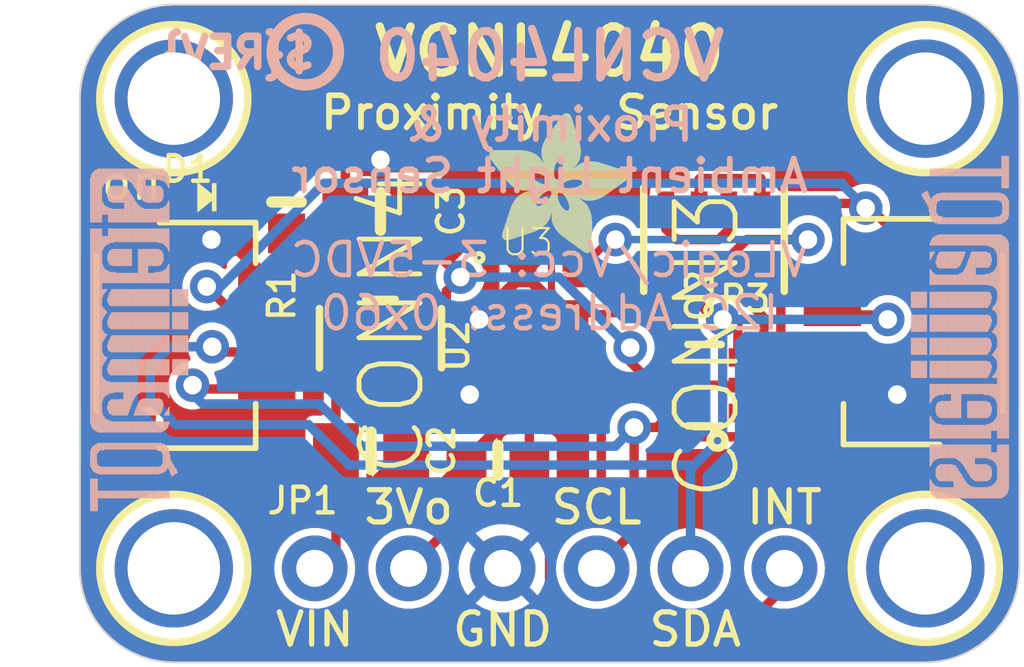
<source format=kicad_pcb>
(kicad_pcb (version 20221018) (generator pcbnew)
  (layers (0 "F.Cu" signal) (31 "B.Cu" signal) (34 "B.Paste" user) (35 "F.Paste" user) (36 "B.SilkS" user "B.Silkscreen") (37 "F.SilkS" user "F.Silkscreen") (38 "B.Mask" user) (39 "F.Mask" user) (44 "Edge.Cuts" user))
  (net 0 "")
  (net 1 "GND")
  (net 2 "SDA")
  (net 3 "SCL")
  (net 4 "SCL_3V")
  (net 5 "SDA_3V")
  (net 6 "3.3V")
  (net 7 "INT")
  (net 8 "VCC")
  (net 9 "N$2")
  (net 10 "CATHODE")
  (footprint "working:FIDUCIAL_1MM" (layer "F.Cu") (at 155.2321 97.4725)
    (fp_text reference "FID4" hide)
    (fp_text value "FIDUCIAL_1MM" hide)
    (pad "1" smd roundrect (at 0 0) (size 1 1) (layers "F.Cu" "F.Mask") (roundrect_rratio 0.5))
  )
  (footprint "working:CHIPLED_0603_NOOUTLINE" (layer "F.Cu") (at 139.2301 101.3206 -90)
    (fp_text reference "D1" (at -0.762 1.27) (layer "F.SilkS") (effects (font (size 0.692831 0.692831) (thickness 0.119969)) (justify left)))
    (fp_text value "GREEN")
    (pad "A" smd rect (at 0 0.75 270) (size 0.8 0.8) (layers "F.Cu" "F.Paste" "F.Mask") (net 6 "3.3V"))
    (pad "C" smd rect (at 0 -0.75 270) (size 0.8 0.8) (layers "F.Cu" "F.Paste" "F.Mask") (net 9 "N$2"))
  )
  (footprint "working:MOUNTINGHOLE_2.5_PLATED" (layer "F.Cu") (at 138.3411 98.6536)
    (fp_text reference "U$1" hide)
    (fp_text value "MOUNTINGHOLE2.5" hide)
    (pad "P$1" thru_hole circle (at 0 0) (size 3.2 3.2) (drill 2.5) (layers "*.Cu" "*.Mask"))
    (zone (net 0) (net_name "") (layer "F.Cu") (connect_pads (clearance 0)) (min_thickness 0.25)
      (keepout (tracks not_allowed) (vias not_allowed) (pads not_allowed) (copperpour not_allowed) (footprints allowed))
      (fill (thermal_gap 0.5) (thermal_bridge_width 0.5))
      (polygon (pts (xy 140.3571 98.6536) (xy 140.33748 98.373027) (xy 140.279004 98.097915) (xy 140.182808 97.833619) (xy 140.050765 97.585283) (xy 139.885446 97.35774) (xy 139.690067 97.15542) (xy 139.468433 96.98226) (xy 139.224856 96.841631) (xy 138.964078 96.73627) (xy 138.691175 96.668228) (xy 138.411457 96.638828) (xy 138.130371 96.648644) (xy 137.853385 96.697484) (xy 137.585893 96.784397) (xy 137.3331 96.907693) (xy 137.099926 97.06497) (xy 136.890911 97.253169) (xy 136.710122 97.468625) (xy 136.561078 97.707145) (xy 136.44668 97.964087) (xy 136.369154 98.23445) (xy 136.330011 98.512971) (xy 136.330011 98.794229) (xy 136.369154 99.07275) (xy 136.44668 99.343113) (xy 136.561078 99.600055) (xy 136.710122 99.838575) (xy 136.890911 100.054031) (xy 137.099926 100.24223) (xy 137.3331 100.399507) (xy 137.585893 100.522803) (xy 137.853385 100.609716) (xy 138.130371 100.658556) (xy 138.411457 100.668372) (xy 138.691175 100.638972) (xy 138.964078 100.57093) (xy 139.224856 100.465569) (xy 139.468433 100.32494) (xy 139.690067 100.15178) (xy 139.885446 99.94946) (xy 140.050765 99.721917) (xy 140.182808 99.473581) (xy 140.279004 99.209285) (xy 140.33748 98.934173)))
      (polygon (pts (xy 138.3251 98.6536) (xy 138.329786 98.664914) (xy 138.3411 98.6696) (xy 138.352414 98.664914) (xy 138.3571 98.6536) (xy 138.352414 98.642286) (xy 138.3411 98.6376) (xy 138.329786 98.642286)))
    )
    (zone (net 0) (net_name "") (layer "B.Cu") (connect_pads (clearance 0)) (min_thickness 0.25)
      (keepout (tracks not_allowed) (vias not_allowed) (pads not_allowed) (copperpour not_allowed) (footprints allowed))
      (fill (thermal_gap 0.5) (thermal_bridge_width 0.5))
      (polygon (pts (xy 140.3571 98.6536) (xy 140.33748 98.373027) (xy 140.279004 98.097915) (xy 140.182808 97.833619) (xy 140.050765 97.585283) (xy 139.885446 97.35774) (xy 139.690067 97.15542) (xy 139.468433 96.98226) (xy 139.224856 96.841631) (xy 138.964078 96.73627) (xy 138.691175 96.668228) (xy 138.411457 96.638828) (xy 138.130371 96.648644) (xy 137.853385 96.697484) (xy 137.585893 96.784397) (xy 137.3331 96.907693) (xy 137.099926 97.06497) (xy 136.890911 97.253169) (xy 136.710122 97.468625) (xy 136.561078 97.707145) (xy 136.44668 97.964087) (xy 136.369154 98.23445) (xy 136.330011 98.512971) (xy 136.330011 98.794229) (xy 136.369154 99.07275) (xy 136.44668 99.343113) (xy 136.561078 99.600055) (xy 136.710122 99.838575) (xy 136.890911 100.054031) (xy 137.099926 100.24223) (xy 137.3331 100.399507) (xy 137.585893 100.522803) (xy 137.853385 100.609716) (xy 138.130371 100.658556) (xy 138.411457 100.668372) (xy 138.691175 100.638972) (xy 138.964078 100.57093) (xy 139.224856 100.465569) (xy 139.468433 100.32494) (xy 139.690067 100.15178) (xy 139.885446 99.94946) (xy 140.050765 99.721917) (xy 140.182808 99.473581) (xy 140.279004 99.209285) (xy 140.33748 98.934173)))
      (polygon (pts (xy 138.3251 98.6536) (xy 138.329786 98.664914) (xy 138.3411 98.6696) (xy 138.352414 98.664914) (xy 138.3571 98.6536) (xy 138.352414 98.642286) (xy 138.3411 98.6376) (xy 138.329786 98.642286)))
    )
  )
  (footprint "working:ADAFRUIT_3.5MM" (layer "F.Cu") (at 146.8501 102.8446)
    (fp_text reference "U$22" hide)
    (fp_text value "" hide)
  )
  (footprint "working:JST_SH4" (layer "F.Cu") (at 138.3411 105.0036 -90)
    (fp_text reference "CONN4" (at -4.6 -5.9 90) (layer "F.SilkS") (effects (font (size 1.647139 1.647139) (thickness 0.130861)) (justify right)))
    (fp_text value "STEMMA_I2C_QT" hide)
    (pad "1" smd rect (at -1.5 -2.514) (size 1.55 0.6) (layers "F.Cu" "F.Paste" "F.Mask") (net 1 "GND"))
    (pad "2" smd rect (at -0.5 -2.514) (size 1.55 0.6) (layers "F.Cu" "F.Paste" "F.Mask") (net 8 "VCC"))
    (pad "3" smd rect (at 0.5 -2.514) (size 1.55 0.6) (layers "F.Cu" "F.Paste" "F.Mask") (net 2 "SDA"))
    (pad "4" smd rect (at 1.5 -2.514) (size 1.55 0.6) (layers "F.Cu" "F.Paste" "F.Mask") (net 3 "SCL"))
    (pad "MT1" smd rect (at -2.8 1.386) (size 1.8 1.2) (layers "F.Cu" "F.Paste" "F.Mask"))
    (pad "MT2" smd rect (at 2.8 1.386) (size 1.8 1.2) (layers "F.Cu" "F.Paste" "F.Mask"))
  )
  (footprint "working:MOUNTINGHOLE_2.5_PLATED" (layer "F.Cu") (at 138.3411 111.3536)
    (fp_text reference "U$19" hide)
    (fp_text value "MOUNTINGHOLE2.5" hide)
    (pad "P$1" thru_hole circle (at 0 0) (size 3.2 3.2) (drill 2.5) (layers "*.Cu" "*.Mask"))
    (zone (net 0) (net_name "") (layer "F.Cu") (connect_pads (clearance 0)) (min_thickness 0.25)
      (keepout (tracks not_allowed) (vias not_allowed) (pads not_allowed) (copperpour not_allowed) (footprints allowed))
      (fill (thermal_gap 0.5) (thermal_bridge_width 0.5))
      (polygon (pts (xy 140.3571 111.3536) (xy 140.33748 111.073027) (xy 140.279004 110.797915) (xy 140.182808 110.533619) (xy 140.050765 110.285283) (xy 139.885446 110.05774) (xy 139.690067 109.85542) (xy 139.468433 109.68226) (xy 139.224856 109.541631) (xy 138.964078 109.43627) (xy 138.691175 109.368228) (xy 138.411457 109.338828) (xy 138.130371 109.348644) (xy 137.853385 109.397484) (xy 137.585893 109.484397) (xy 137.3331 109.607693) (xy 137.099926 109.76497) (xy 136.890911 109.953169) (xy 136.710122 110.168625) (xy 136.561078 110.407145) (xy 136.44668 110.664087) (xy 136.369154 110.93445) (xy 136.330011 111.212971) (xy 136.330011 111.494229) (xy 136.369154 111.77275) (xy 136.44668 112.043113) (xy 136.561078 112.300055) (xy 136.710122 112.538575) (xy 136.890911 112.754031) (xy 137.099926 112.94223) (xy 137.3331 113.099507) (xy 137.585893 113.222803) (xy 137.853385 113.309716) (xy 138.130371 113.358556) (xy 138.411457 113.368372) (xy 138.691175 113.338972) (xy 138.964078 113.27093) (xy 139.224856 113.165569) (xy 139.468433 113.02494) (xy 139.690067 112.85178) (xy 139.885446 112.64946) (xy 140.050765 112.421917) (xy 140.182808 112.173581) (xy 140.279004 111.909285) (xy 140.33748 111.634173)))
      (polygon (pts (xy 138.3251 111.3536) (xy 138.329786 111.364914) (xy 138.3411 111.3696) (xy 138.352414 111.364914) (xy 138.3571 111.3536) (xy 138.352414 111.342286) (xy 138.3411 111.3376) (xy 138.329786 111.342286)))
    )
    (zone (net 0) (net_name "") (layer "B.Cu") (connect_pads (clearance 0)) (min_thickness 0.25)
      (keepout (tracks not_allowed) (vias not_allowed) (pads not_allowed) (copperpour not_allowed) (footprints allowed))
      (fill (thermal_gap 0.5) (thermal_bridge_width 0.5))
      (polygon (pts (xy 140.3571 111.3536) (xy 140.33748 111.073027) (xy 140.279004 110.797915) (xy 140.182808 110.533619) (xy 140.050765 110.285283) (xy 139.885446 110.05774) (xy 139.690067 109.85542) (xy 139.468433 109.68226) (xy 139.224856 109.541631) (xy 138.964078 109.43627) (xy 138.691175 109.368228) (xy 138.411457 109.338828) (xy 138.130371 109.348644) (xy 137.853385 109.397484) (xy 137.585893 109.484397) (xy 137.3331 109.607693) (xy 137.099926 109.76497) (xy 136.890911 109.953169) (xy 136.710122 110.168625) (xy 136.561078 110.407145) (xy 136.44668 110.664087) (xy 136.369154 110.93445) (xy 136.330011 111.212971) (xy 136.330011 111.494229) (xy 136.369154 111.77275) (xy 136.44668 112.043113) (xy 136.561078 112.300055) (xy 136.710122 112.538575) (xy 136.890911 112.754031) (xy 137.099926 112.94223) (xy 137.3331 113.099507) (xy 137.585893 113.222803) (xy 137.853385 113.309716) (xy 138.130371 113.358556) (xy 138.411457 113.368372) (xy 138.691175 113.338972) (xy 138.964078 113.27093) (xy 139.224856 113.165569) (xy 139.468433 113.02494) (xy 139.690067 112.85178) (xy 139.885446 112.64946) (xy 140.050765 112.421917) (xy 140.182808 112.173581) (xy 140.279004 111.909285) (xy 140.33748 111.634173)))
      (polygon (pts (xy 138.3251 111.3536) (xy 138.329786 111.364914) (xy 138.3411 111.3696) (xy 138.352414 111.364914) (xy 138.3571 111.3536) (xy 138.352414 111.342286) (xy 138.3411 111.3376) (xy 138.329786 111.342286)))
    )
  )
  (footprint "working:0805-NO" (layer "F.Cu") (at 143.6751 108.1786)
    (fp_text reference "C2" (at 1.905 -0.762 90) (layer "F.SilkS") (effects (font (size 0.692831 0.692831) (thickness 0.119969)) (justify right)))
    (fp_text value "10uF")
    (pad "1" smd rect (at -0.95 0) (size 1.24 1.5) (layers "F.Cu" "F.Paste" "F.Mask") (net 8 "VCC"))
    (pad "2" smd rect (at 0.95 0) (size 1.24 1.5) (layers "F.Cu" "F.Paste" "F.Mask") (net 1 "GND"))
  )
  (footprint "working:0603-NO" (layer "F.Cu") (at 147.1041 108.4326 180)
    (fp_text reference "C1" (at -0.762 -0.889) (layer "F.SilkS") (effects (font (size 0.692831 0.692831) (thickness 0.119969)) (justify right)))
    (fp_text value "0.1uF")
    (pad "1" smd rect (at -0.85 0 180) (size 1.075 1) (layers "F.Cu" "F.Paste" "F.Mask") (net 6 "3.3V"))
    (pad "2" smd rect (at 0.85 0 180) (size 1.075 1) (layers "F.Cu" "F.Paste" "F.Mask") (net 1 "GND"))
  )
  (footprint "working:SOT23-5" (layer "F.Cu") (at 143.9291 105.1306)
    (fp_text reference "U2" (at 2.032 -0.562 90) (layer "F.SilkS") (effects (font (size 0.692831 0.692831) (thickness 0.119969)) (justify right)))
    (fp_text value "AP2112K-3.3")
    (pad "1" smd rect (at -0.95 1.3001) (size 0.55 1.2) (layers "F.Cu" "F.Paste" "F.Mask") (net 8 "VCC"))
    (pad "2" smd rect (at 0 1.3001) (size 0.55 1.2) (layers "F.Cu" "F.Paste" "F.Mask") (net 1 "GND"))
    (pad "3" smd rect (at 0.95 1.3001) (size 0.55 1.2) (layers "F.Cu" "F.Paste" "F.Mask") (net 8 "VCC"))
    (pad "4" smd rect (at 0.95 -1.3001) (size 0.55 1.2) (layers "F.Cu" "F.Paste" "F.Mask"))
    (pad "5" smd rect (at -0.95 -1.3001) (size 0.55 1.2) (layers "F.Cu" "F.Paste" "F.Mask") (net 6 "3.3V"))
  )
  (footprint "working:JST_SH4" (layer "F.Cu") (at 158.6611 105.0036 90)
    (fp_text reference "CONN3" (at -4.6 -5.9 90) (layer "F.SilkS") (effects (font (size 1.647139 1.647139) (thickness 0.130861)) (justify left)))
    (fp_text value "STEMMA_I2C_QT" hide)
    (pad "1" smd rect (at -1.5 -2.514 180) (size 1.55 0.6) (layers "F.Cu" "F.Paste" "F.Mask") (net 1 "GND"))
    (pad "2" smd rect (at -0.5 -2.514 180) (size 1.55 0.6) (layers "F.Cu" "F.Paste" "F.Mask") (net 8 "VCC"))
    (pad "3" smd rect (at 0.5 -2.514 180) (size 1.55 0.6) (layers "F.Cu" "F.Paste" "F.Mask") (net 2 "SDA"))
    (pad "4" smd rect (at 1.5 -2.514 180) (size 1.55 0.6) (layers "F.Cu" "F.Paste" "F.Mask") (net 3 "SCL"))
    (pad "MT1" smd rect (at -2.8 1.386 180) (size 1.8 1.2) (layers "F.Cu" "F.Paste" "F.Mask"))
    (pad "MT2" smd rect (at 2.8 1.386 180) (size 1.8 1.2) (layers "F.Cu" "F.Paste" "F.Mask"))
  )
  (footprint "working:VISHAY_VCNL4040_4X2X1.1" (layer "F.Cu") (at 148.5011 105.0036)
    (fp_text reference "U3" (at -1.34115 -2.467959) (layer "F.SilkS") (effects (font (size 0.707052 0.707052) (thickness 0.056173)) (justify left)))
    (fp_text value "VCNL4040M3OE")
    (pad "1" smd rect (at -0.7 -1.6125) (size 0.7 0.725) (layers "F.Cu" "F.Paste" "F.Mask") (net 1 "GND"))
    (pad "2" smd rect (at -0.7 -0.5375) (size 0.7 0.725) (layers "F.Cu" "F.Paste" "F.Mask") (net 10 "CATHODE"))
    (pad "3" smd rect (at -0.7 0.5375) (size 0.7 0.725) (layers "F.Cu" "F.Paste" "F.Mask") (net 6 "3.3V"))
    (pad "4" smd rect (at -0.7 1.6125) (size 0.7 0.725) (layers "F.Cu" "F.Paste" "F.Mask") (net 6 "3.3V"))
    (pad "5" smd rect (at 0.7 1.6125) (size 0.7 0.725) (layers "F.Cu" "F.Paste" "F.Mask") (net 10 "CATHODE"))
    (pad "6" smd rect (at 0.7 0.5375) (size 0.7 0.725) (layers "F.Cu" "F.Paste" "F.Mask") (net 7 "INT"))
    (pad "7" smd rect (at 0.7 -0.5375) (size 0.7 0.725) (layers "F.Cu" "F.Paste" "F.Mask") (net 5 "SDA_3V"))
    (pad "8" smd rect (at 0.7 -1.6125) (size 0.7 0.725) (layers "F.Cu" "F.Paste" "F.Mask") (net 4 "SCL_3V"))
  )
  (footprint "working:0603-NO" (layer "F.Cu") (at 141.3891 101.4476 -90)
    (fp_text reference "R1" (at 1.778 0.127 90) (layer "F.SilkS") (effects (font (size 0.692831 0.692831) (thickness 0.119969)) (justify right)))
    (fp_text value "10K")
    (pad "1" smd rect (at -0.85 0 270) (size 1.075 1) (layers "F.Cu" "F.Paste" "F.Mask") (net 9 "N$2"))
    (pad "2" smd rect (at 0.85 0 270) (size 1.075 1) (layers "F.Cu" "F.Paste" "F.Mask") (net 1 "GND"))
  )
  (footprint "working:SOT363" (layer "F.Cu") (at 152.6921 106.4006 90)
    (fp_text reference "Q2" (at 1.651 -0.127 90) (layer "F.SilkS") (effects (font (size 0.692831 0.692831) (thickness 0.119969)) (justify left)))
    (fp_text value "BSS138")
    (pad "1" smd rect (at -0.75 0.9 90) (size 0.5 0.5) (layers "F.Cu" "F.Paste" "F.Mask") (net 4 "SCL_3V"))
    (pad "2" smd rect (at 0 0.9 90) (size 0.4 0.5) (layers "F.Cu" "F.Paste" "F.Mask") (net 6 "3.3V"))
    (pad "3" smd rect (at 0.75 0.9 90) (size 0.5 0.5) (layers "F.Cu" "F.Paste" "F.Mask") (net 2 "SDA"))
    (pad "4" smd rect (at 0.75 -0.9 90) (size 0.5 0.5) (layers "F.Cu" "F.Paste" "F.Mask") (net 5 "SDA_3V"))
    (pad "5" smd rect (at 0 -0.9 90) (size 0.4 0.5) (layers "F.Cu" "F.Paste" "F.Mask") (net 6 "3.3V"))
    (pad "6" smd rect (at -0.75 -0.9 90) (size 0.5 0.5) (layers "F.Cu" "F.Paste" "F.Mask") (net 3 "SCL"))
  )
  (footprint "working:MOUNTINGHOLE_2.5_PLATED" (layer "F.Cu") (at 158.6611 111.3536)
    (fp_text reference "U$21" hide)
    (fp_text value "MOUNTINGHOLE2.5" hide)
    (pad "P$1" thru_hole circle (at 0 0) (size 3.2 3.2) (drill 2.5) (layers "*.Cu" "*.Mask"))
    (zone (net 0) (net_name "") (layer "F.Cu") (connect_pads (clearance 0)) (min_thickness 0.25)
      (keepout (tracks not_allowed) (vias not_allowed) (pads not_allowed) (copperpour not_allowed) (footprints allowed))
      (fill (thermal_gap 0.5) (thermal_bridge_width 0.5))
      (polygon (pts (xy 160.6771 111.3536) (xy 160.65748 111.073027) (xy 160.599004 110.797915) (xy 160.502808 110.533619) (xy 160.370765 110.285283) (xy 160.205446 110.05774) (xy 160.010067 109.85542) (xy 159.788433 109.68226) (xy 159.544856 109.541631) (xy 159.284078 109.43627) (xy 159.011175 109.368228) (xy 158.731457 109.338828) (xy 158.450371 109.348644) (xy 158.173385 109.397484) (xy 157.905893 109.484397) (xy 157.6531 109.607693) (xy 157.419926 109.76497) (xy 157.210911 109.953169) (xy 157.030122 110.168625) (xy 156.881078 110.407145) (xy 156.76668 110.664087) (xy 156.689154 110.93445) (xy 156.650011 111.212971) (xy 156.650011 111.494229) (xy 156.689154 111.77275) (xy 156.76668 112.043113) (xy 156.881078 112.300055) (xy 157.030122 112.538575) (xy 157.210911 112.754031) (xy 157.419926 112.94223) (xy 157.6531 113.099507) (xy 157.905893 113.222803) (xy 158.173385 113.309716) (xy 158.450371 113.358556) (xy 158.731457 113.368372) (xy 159.011175 113.338972) (xy 159.284078 113.27093) (xy 159.544856 113.165569) (xy 159.788433 113.02494) (xy 160.010067 112.85178) (xy 160.205446 112.64946) (xy 160.370765 112.421917) (xy 160.502808 112.173581) (xy 160.599004 111.909285) (xy 160.65748 111.634173)))
      (polygon (pts (xy 158.6451 111.3536) (xy 158.649786 111.364914) (xy 158.6611 111.3696) (xy 158.672414 111.364914) (xy 158.6771 111.3536) (xy 158.672414 111.342286) (xy 158.6611 111.3376) (xy 158.649786 111.342286)))
    )
    (zone (net 0) (net_name "") (layer "B.Cu") (connect_pads (clearance 0)) (min_thickness 0.25)
      (keepout (tracks not_allowed) (vias not_allowed) (pads not_allowed) (copperpour not_allowed) (footprints allowed))
      (fill (thermal_gap 0.5) (thermal_bridge_width 0.5))
      (polygon (pts (xy 160.6771 111.3536) (xy 160.65748 111.073027) (xy 160.599004 110.797915) (xy 160.502808 110.533619) (xy 160.370765 110.285283) (xy 160.205446 110.05774) (xy 160.010067 109.85542) (xy 159.788433 109.68226) (xy 159.544856 109.541631) (xy 159.284078 109.43627) (xy 159.011175 109.368228) (xy 158.731457 109.338828) (xy 158.450371 109.348644) (xy 158.173385 109.397484) (xy 157.905893 109.484397) (xy 157.6531 109.607693) (xy 157.419926 109.76497) (xy 157.210911 109.953169) (xy 157.030122 110.168625) (xy 156.881078 110.407145) (xy 156.76668 110.664087) (xy 156.689154 110.93445) (xy 156.650011 111.212971) (xy 156.650011 111.494229) (xy 156.689154 111.77275) (xy 156.76668 112.043113) (xy 156.881078 112.300055) (xy 157.030122 112.538575) (xy 157.210911 112.754031) (xy 157.419926 112.94223) (xy 157.6531 113.099507) (xy 157.905893 113.222803) (xy 158.173385 113.309716) (xy 158.450371 113.358556) (xy 158.731457 113.368372) (xy 159.011175 113.338972) (xy 159.284078 113.27093) (xy 159.544856 113.165569) (xy 159.788433 113.02494) (xy 160.010067 112.85178) (xy 160.205446 112.64946) (xy 160.370765 112.421917) (xy 160.502808 112.173581) (xy 160.599004 111.909285) (xy 160.65748 111.634173)))
      (polygon (pts (xy 158.6451 111.3536) (xy 158.649786 111.364914) (xy 158.6611 111.3696) (xy 158.672414 111.364914) (xy 158.6771 111.3536) (xy 158.672414 111.342286) (xy 158.6611 111.3376) (xy 158.649786 111.342286)))
    )
  )
  (footprint "working:1X06_ROUND_70" (layer "F.Cu") (at 148.5011 111.3536)
    (fp_text reference "JP1" (at -7.6962 -1.8288) (layer "F.SilkS") (effects (font (size 0.692831 0.692831) (thickness 0.119969)) (justify left)))
    (fp_text value "")
    (pad "1" thru_hole circle (at -6.35 0 90) (size 1.778 1.778) (drill 1) (layers "*.Cu" "*.Mask") (net 8 "VCC"))
    (pad "2" thru_hole circle (at -3.81 0 90) (size 1.778 1.778) (drill 1) (layers "*.Cu" "*.Mask") (net 6 "3.3V"))
    (pad "3" thru_hole circle (at -1.27 0 90) (size 1.778 1.778) (drill 1) (layers "*.Cu" "*.Mask") (net 1 "GND"))
    (pad "4" thru_hole circle (at 1.27 0 90) (size 1.778 1.778) (drill 1) (layers "*.Cu" "*.Mask") (net 3 "SCL"))
    (pad "5" thru_hole circle (at 3.81 0 90) (size 1.778 1.778) (drill 1) (layers "*.Cu" "*.Mask") (net 2 "SDA"))
    (pad "6" thru_hole circle (at 6.35 0 90) (size 1.778 1.778) (drill 1) (layers "*.Cu" "*.Mask") (net 7 "INT"))
  )
  (footprint "working:MOUNTINGHOLE_2.5_PLATED" (layer "F.Cu") (at 158.6611 98.6536)
    (fp_text reference "U$17" hide)
    (fp_text value "MOUNTINGHOLE2.5" hide)
    (pad "P$1" thru_hole circle (at 0 0) (size 3.2 3.2) (drill 2.5) (layers "*.Cu" "*.Mask"))
    (zone (net 0) (net_name "") (layer "F.Cu") (connect_pads (clearance 0)) (min_thickness 0.25)
      (keepout (tracks not_allowed) (vias not_allowed) (pads not_allowed) (copperpour not_allowed) (footprints allowed))
      (fill (thermal_gap 0.5) (thermal_bridge_width 0.5))
      (polygon (pts (xy 160.6771 98.6536) (xy 160.65748 98.373027) (xy 160.599004 98.097915) (xy 160.502808 97.833619) (xy 160.370765 97.585283) (xy 160.205446 97.35774) (xy 160.010067 97.15542) (xy 159.788433 96.98226) (xy 159.544856 96.841631) (xy 159.284078 96.73627) (xy 159.011175 96.668228) (xy 158.731457 96.638828) (xy 158.450371 96.648644) (xy 158.173385 96.697484) (xy 157.905893 96.784397) (xy 157.6531 96.907693) (xy 157.419926 97.06497) (xy 157.210911 97.253169) (xy 157.030122 97.468625) (xy 156.881078 97.707145) (xy 156.76668 97.964087) (xy 156.689154 98.23445) (xy 156.650011 98.512971) (xy 156.650011 98.794229) (xy 156.689154 99.07275) (xy 156.76668 99.343113) (xy 156.881078 99.600055) (xy 157.030122 99.838575) (xy 157.210911 100.054031) (xy 157.419926 100.24223) (xy 157.6531 100.399507) (xy 157.905893 100.522803) (xy 158.173385 100.609716) (xy 158.450371 100.658556) (xy 158.731457 100.668372) (xy 159.011175 100.638972) (xy 159.284078 100.57093) (xy 159.544856 100.465569) (xy 159.788433 100.32494) (xy 160.010067 100.15178) (xy 160.205446 99.94946) (xy 160.370765 99.721917) (xy 160.502808 99.473581) (xy 160.599004 99.209285) (xy 160.65748 98.934173)))
      (polygon (pts (xy 158.6451 98.6536) (xy 158.649786 98.664914) (xy 158.6611 98.6696) (xy 158.672414 98.664914) (xy 158.6771 98.6536) (xy 158.672414 98.642286) (xy 158.6611 98.6376) (xy 158.649786 98.642286)))
    )
    (zone (net 0) (net_name "") (layer "B.Cu") (connect_pads (clearance 0)) (min_thickness 0.25)
      (keepout (tracks not_allowed) (vias not_allowed) (pads not_allowed) (copperpour not_allowed) (footprints allowed))
      (fill (thermal_gap 0.5) (thermal_bridge_width 0.5))
      (polygon (pts (xy 160.6771 98.6536) (xy 160.65748 98.373027) (xy 160.599004 98.097915) (xy 160.502808 97.833619) (xy 160.370765 97.585283) (xy 160.205446 97.35774) (xy 160.010067 97.15542) (xy 159.788433 96.98226) (xy 159.544856 96.841631) (xy 159.284078 96.73627) (xy 159.011175 96.668228) (xy 158.731457 96.638828) (xy 158.450371 96.648644) (xy 158.173385 96.697484) (xy 157.905893 96.784397) (xy 157.6531 96.907693) (xy 157.419926 97.06497) (xy 157.210911 97.253169) (xy 157.030122 97.468625) (xy 156.881078 97.707145) (xy 156.76668 97.964087) (xy 156.689154 98.23445) (xy 156.650011 98.512971) (xy 156.650011 98.794229) (xy 156.689154 99.07275) (xy 156.76668 99.343113) (xy 156.881078 99.600055) (xy 157.030122 99.838575) (xy 157.210911 100.054031) (xy 157.419926 100.24223) (xy 157.6531 100.399507) (xy 157.905893 100.522803) (xy 158.173385 100.609716) (xy 158.450371 100.658556) (xy 158.731457 100.668372) (xy 159.011175 100.638972) (xy 159.284078 100.57093) (xy 159.544856 100.465569) (xy 159.788433 100.32494) (xy 160.010067 100.15178) (xy 160.205446 99.94946) (xy 160.370765 99.721917) (xy 160.502808 99.473581) (xy 160.599004 99.209285) (xy 160.65748 98.934173)))
      (polygon (pts (xy 158.6451 98.6536) (xy 158.649786 98.664914) (xy 158.6611 98.6696) (xy 158.672414 98.664914) (xy 158.6771 98.6536) (xy 158.672414 98.642286) (xy 158.6611 98.6376) (xy 158.649786 98.642286)))
    )
  )
  (footprint "working:FIDUCIAL_1MM" (layer "F.Cu") (at 140.7541 109.3851)
    (fp_text reference "FID3" hide)
    (fp_text value "FIDUCIAL_1MM" hide)
    (pad "1" smd roundrect (at 0 0) (size 1 1) (layers "F.Cu" "F.Mask") (roundrect_rratio 0.5))
  )
  (footprint "working:0805-NO" (layer "F.Cu") (at 143.9291 101.7016)
    (fp_text reference "C3" (at 1.905 -0.762 90) (layer "F.SilkS") (effects (font (size 0.692831 0.692831) (thickness 0.119969)) (justify right)))
    (fp_text value "10uF")
    (pad "1" smd rect (at -0.95 0) (size 1.24 1.5) (layers "F.Cu" "F.Paste" "F.Mask") (net 6 "3.3V"))
    (pad "2" smd rect (at 0.95 0) (size 1.24 1.5) (layers "F.Cu" "F.Paste" "F.Mask") (net 1 "GND"))
  )
  (footprint "working:RESPACK_4X0603" (layer "F.Cu") (at 152.9461 102.4636 180)
    (fp_text reference "R3" (at -1.6 -1.6) (layer "F.SilkS") (effects (font (size 0.692831 0.692831) (thickness 0.119969)) (justify right)))
    (fp_text value "10K")
    (pad "1" smd rect (at -1.3 0.85 180) (size 0.45 0.9) (layers "F.Cu" "F.Paste" "F.Mask") (net 8 "VCC"))
    (pad "2" smd rect (at -0.4 0.85 180) (size 0.45 0.9) (layers "F.Cu" "F.Paste" "F.Mask") (net 6 "3.3V"))
    (pad "3" smd rect (at 0.4 0.85 180) (size 0.45 0.9) (layers "F.Cu" "F.Paste" "F.Mask") (net 8 "VCC"))
    (pad "4" smd rect (at 1.3 0.85 180) (size 0.45 0.9) (layers "F.Cu" "F.Paste" "F.Mask") (net 6 "3.3V"))
    (pad "5" smd rect (at 1.3 -0.85 180) (size 0.45 0.9) (layers "F.Cu" "F.Paste" "F.Mask") (net 5 "SDA_3V"))
    (pad "6" smd rect (at 0.4 -0.85 180) (size 0.45 0.9) (layers "F.Cu" "F.Paste" "F.Mask") (net 2 "SDA"))
    (pad "7" smd rect (at -0.4 -0.85 180) (size 0.45 0.9) (layers "F.Cu" "F.Paste" "F.Mask") (net 4 "SCL_3V"))
    (pad "8" smd rect (at -1.3 -0.85 180) (size 0.45 0.9) (layers "F.Cu" "F.Paste" "F.Mask") (net 3 "SCL"))
  )
  (footprint "working:PCBFEAT-REV-040" (layer "B.Cu") (at 141.8971 97.3836 180)
    (fp_text reference "U$25" hide)
    (fp_text value "" hide)
    (fp_text user "${REV}" (at -0.3556 -0.508) (layer "B.SilkS") (effects (font (size 0.8128 0.8128) (thickness 0.2032)) (justify left bottom mirror)))
  )
  (footprint "working:STEMMAQT" (layer "B.Cu") (at 138.7221 100.5586 -90)
    (fp_text reference "U$31" hide)
    (fp_text value "" hide)
  )
  (footprint "working:STEMMAQT" (layer "B.Cu") (at 158.2801 109.4486 90)
    (fp_text reference "U$30" hide)
    (fp_text value "" hide)
  )
  (gr_arc (start 158.6611 96.1136) (mid 160.457151 96.857549) (end 161.2011 98.6536) (stroke (width 0.05)) (layer "Edge.Cuts"))
  (gr_line (start 158.6611 96.1136) (end 138.3411 96.1136) (stroke (width 0.05)) (layer "Edge.Cuts"))
  (gr_line (start 135.8011 98.6536) (end 135.8011 111.3536) (stroke (width 0.05)) (layer "Edge.Cuts"))
  (gr_arc (start 138.3411 113.8936) (mid 136.545049 113.149651) (end 135.8011 111.3536) (stroke (width 0.05)) (layer "Edge.Cuts"))
  (gr_line (start 138.3411 113.8936) (end 158.6611 113.8936) (stroke (width 0.05)) (layer "Edge.Cuts"))
  (gr_line (start 161.2011 111.3536) (end 161.2011 98.6536) (stroke (width 0.05)) (layer "Edge.Cuts"))
  (gr_arc (start 135.8011 98.6536) (mid 136.545049 96.857549) (end 138.3411 96.1136) (stroke (width 0.05)) (layer "Edge.Cuts"))
  (gr_arc (start 161.2011 111.3536) (mid 160.457151 113.149651) (end 158.6611 113.8936) (stroke (width 0.05)) (layer "Edge.Cuts"))
  (gr_text "Proximity &\nAmbient Light Sensor" (at 148.5011 100.0506) (layer "B.SilkS") (effects (font (size 0.8636 0.8636) (thickness 0.1524)) (justify mirror)))
  (gr_text "VLogic/Vcc: 3-5VDC\nI2C Address: 0x60" (at 148.5011 103.7336) (layer "B.SilkS") (effects (font (size 0.89408 0.89408) (thickness 0.12192)) (justify mirror)))
  (gr_text "VCNL4040" (at 148.5011 97.5106) (layer "B.SilkS") (effects (font (size 1.25222 1.25222) (thickness 0.22098)) (justify mirror)))
  (gr_text "SCL" (at 149.7711 109.7026) (layer "F.SilkS") (effects (font (size 0.87376 0.87376) (thickness 0.14224))))
  (gr_text "VCNL4040" (at 148.5011 97.3836) (layer "F.SilkS") (effects (font (size 1.25222 1.25222) (thickness 0.22098))))
  (gr_text "INT" (at 154.8511 109.7026) (layer "F.SilkS") (effects (font (size 0.87376 0.87376) (thickness 0.14224))))
  (gr_text "on" (at 136.3091 101.4476) (layer "F.SilkS") (effects (font (size 0.89408 0.89408) (thickness 0.12192)) (justify left bottom)))
  (gr_text "SDA" (at 152.4381 113.0046) (layer "F.SilkS") (effects (font (size 0.87376 0.87376) (thickness 0.14224))))
  (gr_text "VIN" (at 142.1511 113.0046) (layer "F.SilkS") (effects (font (size 0.87376 0.87376) (thickness 0.14224))))
  (gr_text "3Vo" (at 144.6911 109.7026) (layer "F.SilkS") (effects (font (size 0.87376 0.87376) (thickness 0.14224))))
  (gr_text "Proximity   Sensor" (at 148.5011 99.0346) (layer "F.SilkS") (effects (font (size 0.8636 0.8636) (thickness 0.1524))))
  (gr_text "GND" (at 147.2311 113.0046) (layer "F.SilkS") (effects (font (size 0.87376 0.87376) (thickness 0.14224))))
  (segment (start 144.6251 108.1786) (end 143.9291 107.4826) (width 0.254) (layer "F.Cu") (net 1))
  (segment (start 141.3891 102.9696) (end 140.8551 103.5036) (width 0.254) (layer "F.Cu") (net 1))
  (segment (start 143.9291 106.4307) (end 143.9291 107.4826) (width 0.254) (layer "F.Cu") (net 1))
  (segment (start 141.3891 102.2976) (end 141.3891 102.9696) (width 0.254) (layer "F.Cu") (net 1))
  (via (at 139.3571 102.4636) (size 0.9064) (drill 0.5) (layers "F.Cu" "B.Cu") (net 1))
  (via (at 157.8991 106.6546) (size 0.9064) (drill 0.5) (layers "F.Cu" "B.Cu") (net 1))
  (via (at 143.9291 100.3046) (size 0.9064) (drill 0.5) (layers "F.Cu" "B.Cu") (net 1))
  (via (at 146.5961 104.6226) (size 0.9064) (drill 0.5) (layers "F.Cu" "B.Cu") (net 1))
  (via (at 146.3421 106.6546) (size 0.9064) (drill 0.5) (layers "F.Cu" "B.Cu") (net 1))
  (segment (start 153.1811 104.6226) (end 153.1811 104.7616) (width 0.254) (layer "F.Cu") (net 2))
  (segment (start 153.5921 104.7616) (end 153.1811 104.7616) (width 0.254) (layer "F.Cu") (net 2))
  (segment (start 139.521312 105.5036) (end 139.379706 105.361994) (width 0.254) (layer "F.Cu") (net 2))
  (segment (start 157.5261 104.5036) (end 157.6451 104.6226) (width 0.254) (layer "F.Cu") (net 2))
  (segment (start 156.1471 104.5036) (end 157.5261 104.5036) (width 0.254) (layer "F.Cu") (net 2))
  (segment (start 140.8551 105.5036) (end 139.521312 105.5036) (width 0.254) (layer "F.Cu") (net 2))
  (segment (start 152.5461 103.3136) (end 152.5461 104.2026) (width 0.254) (layer "F.Cu") (net 2))
  (segment (start 153.5921 104.7616) (end 153.5921 105.6506) (width 0.254) (layer "F.Cu") (net 2))
  (segment (start 152.9661 104.6226) (end 153.1811 104.6226) (width 0.254) (layer "F.Cu") (net 2))
  (segment (start 152.9661 104.6226) (end 152.5461 104.2026) (width 0.254) (layer "F.Cu") (net 2))
  (via (at 139.379706 105.361994) (size 0.9064) (drill 0.5) (layers "F.Cu" "B.Cu") (net 2))
  (via (at 157.6451 104.6226) (size 0.9064) (drill 0.5) (layers "F.Cu" "B.Cu") (net 2))
  (via (at 153.1811 104.6226) (size 0.9064) (drill 0.5) (layers "F.Cu" "B.Cu") (net 2))
  (segment (start 138.3919 107.4674) (end 141.983 107.4674) (width 0.254) (layer "B.Cu") (net 2))
  (segment (start 137.7061 105.8926) (end 137.7061 106.7816) (width 0.254) (layer "B.Cu") (net 2))
  (segment (start 153.1811 104.6226) (end 153.1811 107.7976) (width 0.254) (layer "B.Cu") (net 2))
  (segment (start 152.3111 108.6676) (end 152.3111 111.3536) (width 0.254) (layer "B.Cu") (net 2))
  (segment (start 157.6451 104.6226) (end 153.1811 104.6226) (width 0.254) (layer "B.Cu") (net 2))
  (segment (start 143.0752 108.5596) (end 152.3111 108.5596) (width 0.254) (layer "B.Cu") (net 2))
  (segment (start 152.3111 108.5596) (end 152.3111 108.6676) (width 0.254) (layer "B.Cu") (net 2))
  (segment (start 139.379706 105.361994) (end 138.236706 105.361994) (width 0.254) (layer "B.Cu") (net 2))
  (segment (start 137.7061 106.7816) (end 138.3919 107.4674) (width 0.254) (layer "B.Cu") (net 2))
  (segment (start 153.1811 107.7976) (end 152.3111 108.6676) (width 0.254) (layer "B.Cu") (net 2))
  (segment (start 138.236706 105.361994) (end 137.7061 105.8926) (width 0.254) (layer "B.Cu") (net 2))
  (segment (start 141.983 107.4674) (end 143.0752 108.5596) (width 0.254) (layer "B.Cu") (net 2))
  (segment (start 151.7921 107.1506) (end 151.3991 107.5436) (width 0.254) (layer "F.Cu") (net 3))
  (segment (start 138.9521 106.5036) (end 138.8491 106.4006) (width 0.254) (layer "F.Cu") (net 3))
  (segment (start 140.8551 106.5036) (end 138.9521 106.5036) (width 0.254) (layer "F.Cu") (net 3))
  (segment (start 150.7871 107.5436) (end 150.7871 110.3376) (width 0.254) (layer "F.Cu") (net 3))
  (segment (start 154.0891 107.7976) (end 152.0571 107.7976) (width 0.254) (layer "F.Cu") (net 3))
  (segment (start 151.7916 107.5321) (end 151.7916 107.1511) (width 0.254) (layer "F.Cu") (net 3))
  (segment (start 154.7541 103.8216) (end 154.7541 107.1326) (width 0.254) (layer "F.Cu") (net 3))
  (segment (start 154.2461 103.3136) (end 154.7541 103.8216) (width 0.254) (layer "F.Cu") (net 3))
  (segment (start 156.1471 103.5036) (end 154.4361 103.5036) (width 0.254) (layer "F.Cu") (net 3))
  (segment (start 151.3991 107.5436) (end 150.7871 107.5436) (width 0.254) (layer "F.Cu") (net 3))
  (segment (start 154.4361 103.5036) (end 154.2461 103.3136) (width 0.254) (layer "F.Cu") (net 3))
  (segment (start 151.7921 107.1506) (end 151.7916 107.1511) (width 0.254) (layer "F.Cu") (net 3))
  (segment (start 154.7541 107.1326) (end 154.0891 107.7976) (width 0.254) (layer "F.Cu") (net 3))
  (segment (start 152.0571 107.7976) (end 151.7916 107.5321) (width 0.254) (layer "F.Cu") (net 3))
  (segment (start 150.7871 110.3376) (end 149.7711 111.3536) (width 0.254) (layer "F.Cu") (net 3))
  (via (at 138.8491 106.4006) (size 0.9064) (drill 0.5) (layers "F.Cu" "B.Cu") (net 3))
  (via (at 150.7871 107.5436) (size 0.9064) (drill 0.5) (layers "F.Cu" "B.Cu") (net 3))
  (segment (start 138.8491 106.4006) (end 138.8491 106.631438) (width 0.254) (layer "B.Cu") (net 3))
  (segment (start 142.2781 106.9086) (end 139.126262 106.9086) (width 0.254) (layer "B.Cu") (net 3))
  (segment (start 150.2791 108.0516) (end 150.7871 107.5436) (width 0.254) (layer "B.Cu") (net 3))
  (segment (start 143.4211 108.0516) (end 142.2781 106.9086) (width 0.254) (layer "B.Cu") (net 3))
  (segment (start 150.2791 108.0516) (end 143.4211 108.0516) (width 0.254) (layer "B.Cu") (net 3))
  (segment (start 139.126262 106.9086) (end 138.8491 106.631438) (width 0.254) (layer "B.Cu") (net 3))
  (segment (start 153.3461 103.6256) (end 154.2969 104.5764) (width 0.254) (layer "F.Cu") (net 4))
  (segment (start 149.2011 103.3911) (end 150.1286 102.4636) (width 0.2032) (layer "F.Cu") (net 4))
  (segment (start 153.3461 103.3136) (end 153.3461 103.6256) (width 0.254) (layer "F.Cu") (net 4))
  (segment (start 154.2969 104.5764) (end 154.2969 106.7816) (width 0.254) (layer "F.Cu") (net 4))
  (segment (start 154.2969 106.7816) (end 153.9279 107.1506) (width 0.254) (layer "F.Cu") (net 4))
  (segment (start 153.3461 102.9526) (end 153.8351 102.4636) (width 0.254) (layer "F.Cu") (net 4))
  (segment (start 150.1286 102.4636) (end 150.2791 102.4636) (width 0.2032) (layer "F.Cu") (net 4))
  (segment (start 153.3461 103.3136) (end 153.3461 102.9526) (width 0.254) (layer "F.Cu") (net 4))
  (segment (start 153.8351 102.4636) (end 155.4861 102.4636) (width 0.254) (layer "F.Cu") (net 4))
  (segment (start 153.5921 107.1506) (end 153.9279 107.1506) (width 0.254) (layer "F.Cu") (net 4))
  (via (at 150.2791 102.4636) (size 0.9064) (drill 0.5) (layers "F.Cu" "B.Cu") (net 4))
  (via (at 155.4861 102.4636) (size 0.9064) (drill 0.5) (layers "F.Cu" "B.Cu") (net 4))
  (segment (start 150.2791 102.4636) (end 155.4861 102.4636) (width 0.2032) (layer "B.Cu") (net 4))
  (segment (start 151.7921 104.6346) (end 151.6461 104.4886) (width 0.254) (layer "F.Cu") (net 5))
  (segment (start 151.6236 104.4661) (end 151.6461 104.4886) (width 0.2032) (layer "F.Cu") (net 5))
  (segment (start 151.7921 105.6506) (end 151.7921 104.6346) (width 0.254) (layer "F.Cu") (net 5))
  (segment (start 151.6461 104.4886) (end 151.6461 103.3136) (width 0.254) (layer "F.Cu") (net 5))
  (segment (start 149.2011 104.4661) (end 151.6236 104.4661) (width 0.2032) (layer "F.Cu") (net 5))
  (segment (start 146.0881 109.9566) (end 146.8501 109.9566) (width 0.254) (layer "F.Cu") (net 6))
  (segment (start 147.1921 101.6136) (end 145.7071 103.0986) (width 0.254) (layer "F.Cu") (net 6))
  (segment (start 142.9791 100.2436) (end 142.9791 101.7016) (width 0.254) (layer "F.Cu") (net 6))
  (segment (start 147.8011 106.6161) (end 147.8011 107.1366) (width 0.254) (layer "F.Cu") (net 6))
  (segment (start 150.6815 105.7656) (end 150.6815 105.3846) (width 0.254) (layer "F.Cu") (net 6))
  (segment (start 143.1061 102.8446) (end 145.4531 102.8446) (width 0.254) (layer "F.Cu") (net 6))
  (segment (start 138.4801 101.3206) (end 138.4961 101.3046) (width 0.254) (layer "F.Cu") (net 6))
  (segment (start 147.8011 105.6386) (end 147.8011 106.6161) (width 0.254) (layer "F.Cu") (net 6))
  (segment (start 140.355762 99.6696) (end 142.4051 99.6696) (width 0.254) (layer "F.Cu") (net 6))
  (segment (start 151.9301 102.4636) (end 151.6461 102.1796) (width 0.254) (layer "F.Cu") (net 6))
  (segment (start 142.9791 101.7016) (end 142.9791 102.9716) (width 0.254) (layer "F.Cu") (net 6))
  (segment (start 145.7071 103.0986) (end 146.0881 103.4796) (width 0.254) (layer "F.Cu") (net 6))
  (segment (start 153.3461 102.1906) (end 153.0731 102.4636) (width 0.254) (layer "F.Cu") (net 6))
  (segment (start 142.9791 102.9716) (end 143.1061 102.8446) (width 0.254) (layer "F.Cu") (net 6))
  (segment (start 142.9791 102.9716) (end 142.9791 103.8305) (width 0.254) (layer "F.Cu") (net 6))
  (segment (start 153.0731 102.4636) (end 151.9301 102.4636) (width 0.254) (layer "F.Cu") (net 6))
  (segment (start 151.6461 101.6136) (end 147.1921 101.6136) (width 0.254) (layer "F.Cu") (net 6))
  (segment (start 145.7071 103.8606) (end 145.7071 105.3846) (width 0.254) (layer "F.Cu") (net 6))
  (segment (start 138.4961 101.3046) (end 138.720762 101.3046) (width 0.254) (layer "F.Cu") (net 6))
  (segment (start 147.8011 105.5411) (end 147.8011 105.6386) (width 0.254) (layer "F.Cu") (net 6))
  (segment (start 151.7921 106.4006) (end 153.5921 106.4006) (width 0.254) (layer "F.Cu") (net 6))
  (segment (start 147.9541 107.2896) (end 147.9541 108.4326) (width 0.254) (layer "F.Cu") (net 6))
  (segment (start 142.4051 99.6696) (end 142.9791 100.2436) (width 0.254) (layer "F.Cu") (net 6))
  (segment (start 146.8501 109.9566) (end 147.9541 108.8526) (width 0.254) (layer "F.Cu") (net 6))
  (segment (start 151.7921 106.4006) (end 151.3165 106.4006) (width 0.254) (layer "F.Cu") (net 6))
  (segment (start 138.720762 101.3046) (end 140.355762 99.6696) (width 0.254) (layer "F.Cu") (net 6))
  (segment (start 151.6461 102.1796) (end 151.6461 101.6136) (width 0.254) (layer "F.Cu") (net 6))
  (segment (start 145.4531 102.8446) (end 145.7071 103.0986) (width 0.254) (layer "F.Cu") (net 6))
  (segment (start 153.3461 101.6136) (end 153.3461 102.1906) (width 0.254) (layer "F.Cu") (net 6))
  (segment (start 146.0881 103.4796) (end 145.7071 103.8606) (width 0.254) (layer "F.Cu") (net 6))
  (segment (start 147.9541 108.8526) (end 147.9541 108.4326) (width 0.254) (layer "F.Cu") (net 6))
  (segment (start 145.7071 105.3846) (end 145.9611 105.6386) (width 0.254) (layer "F.Cu") (net 6))
  (segment (start 147.9541 107.2896) (end 147.8011 107.1366) (width 0.254) (layer "F.Cu") (net 6))
  (segment (start 145.9611 105.6386) (end 147.8011 105.6386) (width 0.254) (layer "F.Cu") (net 6))
  (segment (start 151.3165 106.4006) (end 150.6815 105.7656) (width 0.254) (layer "F.Cu") (net 6))
  (segment (start 144.6911 111.3536) (end 146.0881 109.9566) (width 0.254) (layer "F.Cu") (net 6))
  (via (at 150.6815 105.3846) (size 0.9064) (drill 0.5) (layers "F.Cu" "B.Cu") (net 6))
  (via (at 146.0881 103.4796) (size 0.9064) (drill 0.5) (layers "F.Cu" "B.Cu") (net 6))
  (segment (start 150.6601 105.3846) (end 148.7551 103.4796) (width 0.254) (layer "B.Cu") (net 6))
  (segment (start 150.6815 105.3846) (end 150.6601 105.3846) (width 0.254) (layer "B.Cu") (net 6))
  (segment (start 148.7551 103.4796) (end 146.0881 103.4796) (width 0.254) (layer "B.Cu") (net 6))
  (segment (start 149.8981 109.4486) (end 148.5011 110.8456) (width 0.254) (layer "F.Cu") (net 7))
  (segment (start 149.2011 105.5411) (end 149.5466 105.5411) (width 0.254) (layer "F.Cu") (net 7))
  (segment (start 154.8511 111.8616) (end 154.8511 111.3536) (width 0.254) (layer "F.Cu") (net 7))
  (segment (start 148.5011 112.2426) (end 149.1361 112.8776) (width 0.254) (layer "F.Cu") (net 7))
  (segment (start 149.5466 105.5411) (end 149.8981 105.8926) (width 0.254) (layer "F.Cu") (net 7))
  (segment (start 149.1361 112.8776) (end 153.8351 112.8776) (width 0.254) (layer "F.Cu") (net 7))
  (segment (start 148.5011 110.8456) (end 148.5011 112.2426) (width 0.254) (layer "F.Cu") (net 7))
  (segment (start 153.8351 112.8776) (end 154.8511 111.8616) (width 0.254) (layer "F.Cu") (net 7))
  (segment (start 149.8981 105.8926) (end 149.8981 109.4486) (width 0.254) (layer "F.Cu") (net 7))
  (segment (start 144.8791 105.3186) (end 144.691096 105.1306) (width 0.254) (layer "F.Cu") (net 8))
  (segment (start 143.2941 105.1306) (end 142.9791 105.4456) (width 0.254) (layer "F.Cu") (net 8))
  (segment (start 154.2161 100.8126) (end 154.2161 101.5836) (width 0.254) (layer "F.Cu") (net 8))
  (segment (start 158.9151 103.3526) (end 157.1761 101.6136) (width 0.254) (layer "F.Cu") (net 8))
  (segment (start 142.7251 108.1786) (end 142.7251 110.7796) (width 0.254) (layer "F.Cu") (net 8))
  (segment (start 154.2161 101.5836) (end 154.2461 101.6136) (width 0.254) (layer "F.Cu") (net 8))
  (segment (start 152.5461 100.8316) (end 152.5651 100.8126) (width 0.254) (layer "F.Cu") (net 8))
  (segment (start 142.1511 111.3536) (end 142.7251 110.7796) (width 0.254) (layer "F.Cu") (net 8))
  (segment (start 152.5461 101.6136) (end 152.5461 100.8316) (width 0.254) (layer "F.Cu") (net 8))
  (segment (start 140.0001 104.5036) (end 139.2301 103.7336) (width 0.254) (layer "F.Cu") (net 8))
  (segment (start 158.2881 105.5036) (end 158.9151 104.8766) (width 0.254) (layer "F.Cu") (net 8))
  (segment (start 157.1761 101.6136) (end 157.0491 101.6136) (width 0.254) (layer "F.Cu") (net 8))
  (segment (start 157.0491 101.6136) (end 156.9221 101.4866) (width 0.254) (layer "F.Cu") (net 8))
  (segment (start 144.8791 106.4307) (end 144.8791 105.3186) (width 0.254) (layer "F.Cu") (net 8))
  (segment (start 156.9221 101.4866) (end 154.3731 101.4866) (width 0.254) (layer "F.Cu") (net 8))
  (segment (start 152.5651 100.8126) (end 154.2161 100.8126) (width 0.254) (layer "F.Cu") (net 8))
  (segment (start 144.691096 105.1306) (end 143.2941 105.1306) (width 0.254) (layer "F.Cu") (net 8))
  (segment (start 142.9791 106.4307) (end 142.7251 106.6847) (width 0.254) (layer "F.Cu") (net 8))
  (segment (start 154.2461 101.6136) (end 154.3731 101.4866) (width 0.254) (layer "F.Cu") (net 8))
  (segment (start 140.8551 104.5036) (end 140.0001 104.5036) (width 0.254) (layer "F.Cu") (net 8))
  (segment (start 142.9791 105.4456) (end 142.9791 106.4307) (width 0.254) (layer "F.Cu") (net 8))
  (segment (start 158.9151 104.8766) (end 158.9151 103.3526) (width 0.254) (layer "F.Cu") (net 8))
  (segment (start 156.1471 105.5036) (end 158.2881 105.5036) (width 0.254) (layer "F.Cu") (net 8))
  (segment (start 142.7251 106.6847) (end 142.7251 108.1786) (width 0.254) (layer "F.Cu") (net 8))
  (segment (start 140.8551 104.5036) (end 142.0371 104.5036) (width 0.254) (layer "F.Cu") (net 8))
  (segment (start 142.0371 104.5036) (end 142.9791 105.4456) (width 0.254) (layer "F.Cu") (net 8))
  (via (at 157.0491 101.6136) (size 0.9064) (drill 0.5) (layers "F.Cu" "B.Cu") (net 8))
  (via (at 139.2301 103.7336) (size 0.9064) (drill 0.5) (layers "F.Cu" "B.Cu") (net 8))
  (segment (start 139.6111 103.7336) (end 139.2301 103.7336) (width 0.254) (layer "B.Cu") (net 8))
  (segment (start 142.4051 100.9396) (end 139.6111 103.7336) (width 0.254) (layer "B.Cu") (net 8))
  (segment (start 156.4141 100.9396) (end 142.4051 100.9396) (width 0.254) (layer "B.Cu") (net 8))
  (segment (start 156.4141 100.9396) (end 156.4141 100.9786) (width 0.254) (layer "B.Cu") (net 8))
  (segment (start 157.0491 101.6136) (end 156.4141 100.9786) (width 0.254) (layer "B.Cu") (net 8))
  (segment (start 139.9801 101.3206) (end 140.6661 101.3206) (width 0.254) (layer "F.Cu") (net 9))
  (segment (start 140.6661 101.3206) (end 141.3891 100.5976) (width 0.254) (layer "F.Cu") (net 9))
  (segment (start 148.5011 104.6226) (end 148.5011 106.4006) (width 0.254) (layer "F.Cu") (net 10))
  (segment (start 147.8011 104.4661) (end 147.8306 104.4956) (width 0.254) (layer "F.Cu") (net 10))
  (segment (start 148.3741 104.4956) (end 148.5011 104.6226) (width 0.254) (layer "F.Cu") (net 10))
  (segment (start 148.5011 106.4006) (end 148.7166 106.6161) (width 0.254) (layer "F.Cu") (net 10))
  (segment (start 148.7166 106.6161) (end 149.2011 106.6161) (width 0.254) (layer "F.Cu") (net 10))
  (segment (start 147.8306 104.4956) (end 148.3741 104.4956) (width 0.254) (layer "F.Cu") (net 10))
  (zone (net 1) (net_name "GND") (layer "F.Cu") (priority 6) (connect_pads (clearance 0.000001)) (min_thickness 0.127) (fill yes (thermal_gap 0.304) (thermal_bridge_width 0.304))
    (polygon (pts (xy 161.3281 114.0206) (xy 135.6741 114.0206) (xy 135.6741 95.9866) (xy 161.3281 95.9866)))
  )
  (zone (net 1) (net_name "GND") (layer "B.Cu") (priority 6) (connect_pads (clearance 0.000001)) (min_thickness 0.127) (fill yes (thermal_gap 0.304) (thermal_bridge_width 0.304))
    (polygon (pts (xy 161.3281 114.0206) (xy 135.6741 114.0206) (xy 135.6741 95.9866) (xy 161.3281 95.9866)))
  )
)
</source>
